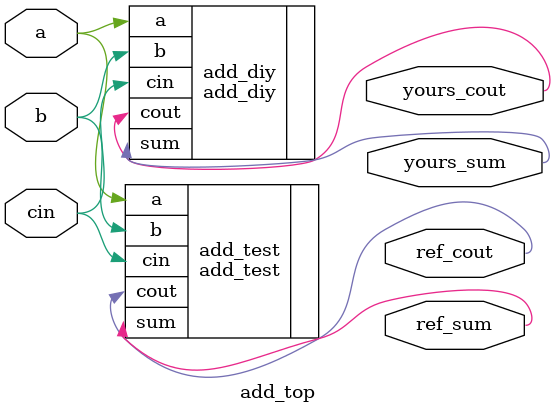
<source format=v>
`timescale 1ns / 1ps


module add_top(
    input a, b,cin,
    output ref_cout,yours_cout, ref_sum,yours_sum );
    
    add_test add_test(
        .a(a),
        .b(b),
        .cin(cin),
        .cout(ref_cout),
        .sum(ref_sum)
    );
    
    add_diy add_diy(
        .a(a),
        .b(b),
        .cin(cin),
        .cout(yours_cout),
        .sum(yours_sum)
    );
    
    
endmodule

</source>
